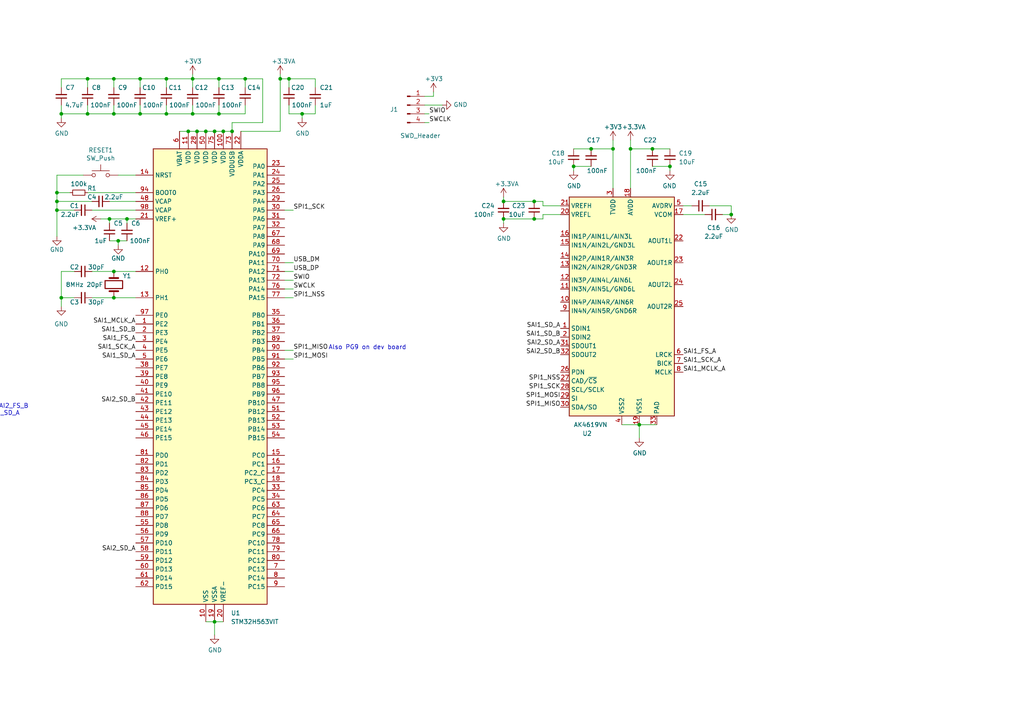
<source format=kicad_sch>
(kicad_sch (version 20230121) (generator eeschema)
  (paper "A4")
  (lib_symbols
    (symbol "Connector:Conn_01x04_Male" (pin_names (offset 1.016) hide)
      (property "Reference" "J" (at 0 5.08 0))
      (property "Value" "Conn_01x04_Male" (at 0 -7.62 0))
      (symbol "Conn_01x04_Male_1_1"
        (pin passive line (at 5.08 2.54 180) (length 3.81) (name "Pin_1") (number "1"))
        (pin passive line (at 5.08 0 180) (length 3.81) (name "Pin_2") (number "2"))
        (pin passive line (at 5.08 -2.54 180) (length 3.81) (name "Pin_3") (number "3"))
        (pin passive line (at 5.08 -5.08 180) (length 3.81) (name "Pin_4") (number "4"))
      )
    )
    (symbol "Connector_Generic:Conn_02x08_Odd_Even" (pin_names (offset 1.016) hide)
      (property "Reference" "J" (at 1.27 10.16 0))
      (property "Value" "Conn_02x08_Odd_Even" (at 1.27 -12.7 0))
      (symbol "Conn_02x08_Odd_Even_1_1"
        (pin passive line (at -5.08 7.62 0) (length 3.81) (name "Pin_1") (number "1"))
        (pin passive line (at 7.62 -2.54 180) (length 3.81) (name "Pin_10") (number "10"))
        (pin passive line (at -5.08 -5.08 0) (length 3.81) (name "Pin_11") (number "11"))
        (pin passive line (at 7.62 -5.08 180) (length 3.81) (name "Pin_12") (number "12"))
        (pin passive line (at -5.08 -7.62 0) (length 3.81) (name "Pin_13") (number "13"))
        (pin passive line (at 7.62 -7.62 180) (length 3.81) (name "Pin_14") (number "14"))
        (pin passive line (at -5.08 -10.16 0) (length 3.81) (name "Pin_15") (number "15"))
        (pin passive line (at 7.62 -10.16 180) (length 3.81) (name "Pin_16") (number "16"))
        (pin passive line (at 7.62 7.62 180) (length 3.81) (name "Pin_2") (number "2"))
        (pin passive line (at -5.08 5.08 0) (length 3.81) (name "Pin_3") (number "3"))
        (pin passive line (at 7.62 5.08 180) (length 3.81) (name "Pin_4") (number "4"))
        (pin passive line (at -5.08 2.54 0) (length 3.81) (name "Pin_5") (number "5"))
        (pin passive line (at 7.62 2.54 180) (length 3.81) (name "Pin_6") (number "6"))
        (pin passive line (at -5.08 0 0) (length 3.81) (name "Pin_7") (number "7"))
        (pin passive line (at 7.62 0 180) (length 3.81) (name "Pin_8") (number "8"))
        (pin passive line (at -5.08 -2.54 0) (length 3.81) (name "Pin_9") (number "9"))
      )
    )
    (symbol "Connector_Generic:Conn_02x10_Odd_Even" (pin_names (offset 1.016) hide)
      (property "Reference" "J" (at 1.27 12.7 0))
      (property "Value" "Conn_02x10_Odd_Even" (at 1.27 -15.24 0))
      (symbol "Conn_02x10_Odd_Even_1_1"
        (pin passive line (at -5.08 10.16 0) (length 3.81) (name "Pin_1") (number "1"))
        (pin passive line (at 7.62 0 180) (length 3.81) (name "Pin_10") (number "10"))
        (pin passive line (at -5.08 -2.54 0) (length 3.81) (name "Pin_11") (number "11"))
        (pin passive line (at 7.62 -2.54 180) (length 3.81) (name "Pin_12") (number "12"))
        (pin passive line (at -5.08 -5.08 0) (length 3.81) (name "Pin_13") (number "13"))
        (pin passive line (at 7.62 -5.08 180) (length 3.81) (name "Pin_14") (number "14"))
        (pin passive line (at -5.08 -7.62 0) (length 3.81) (name "Pin_15") (number "15"))
        (pin passive line (at 7.62 -7.62 180) (length 3.81) (name "Pin_16") (number "16"))
        (pin passive line (at -5.08 -10.16 0) (length 3.81) (name "Pin_17") (number "17"))
        (pin passive line (at 7.62 -10.16 180) (length 3.81) (name "Pin_18") (number "18"))
        (pin passive line (at -5.08 -12.7 0) (length 3.81) (name "Pin_19") (number "19"))
        (pin passive line (at 7.62 10.16 180) (length 3.81) (name "Pin_2") (number "2"))
        (pin passive line (at 7.62 -12.7 180) (length 3.81) (name "Pin_20") (number "20"))
        (pin passive line (at -5.08 7.62 0) (length 3.81) (name "Pin_3") (number "3"))
        (pin passive line (at 7.62 7.62 180) (length 3.81) (name "Pin_4") (number "4"))
        (pin passive line (at -5.08 5.08 0) (length 3.81) (name "Pin_5") (number "5"))
        (pin passive line (at 7.62 5.08 180) (length 3.81) (name "Pin_6") (number "6"))
        (pin passive line (at -5.08 2.54 0) (length 3.81) (name "Pin_7") (number "7"))
        (pin passive line (at 7.62 2.54 180) (length 3.81) (name "Pin_8") (number "8"))
        (pin passive line (at -5.08 0 0) (length 3.81) (name "Pin_9") (number "9"))
      )
    )
    (symbol "Connector_Generic:Conn_02x15_Odd_Even" (pin_names (offset 1.016) hide)
      (property "Reference" "J" (at 1.27 20.32 0))
      (property "Value" "Conn_02x15_Odd_Even" (at 1.27 -20.32 0))
      (symbol "Conn_02x15_Odd_Even_1_1"
        (pin passive line (at -5.08 17.78 0) (length 3.81) (name "Pin_1") (number "1"))
        (pin passive line (at 7.62 7.62 180) (length 3.81) (name "Pin_10") (number "10"))
        (pin passive line (at -5.08 5.08 0) (length 3.81) (name "Pin_11") (number "11"))
        (pin passive line (at 7.62 5.08 180) (length 3.81) (name "Pin_12") (number "12"))
        (pin passive line (at -5.08 2.54 0) (length 3.81) (name "Pin_13") (number "13"))
        (pin passive line (at 7.62 2.54 180) (length 3.81) (name "Pin_14") (number "14"))
        (pin passive line (at -5.08 0 0) (length 3.81) (name "Pin_15") (number "15"))
        (pin passive line (at 7.62 0 180) (length 3.81) (name "Pin_16") (number "16"))
        (pin passive line (at -5.08 -2.54 0) (length 3.81) (name "Pin_17") (number "17"))
        (pin passive line (at 7.62 -2.54 180) (length 3.81) (name "Pin_18") (number "18"))
        (pin passive line (at -5.08 -5.08 0) (length 3.81) (name "Pin_19") (number "19"))
        (pin passive line (at 7.62 17.78 180) (length 3.81) (name "Pin_2") (number "2"))
        (pin passive line (at 7.62 -5.08 180) (length 3.81) (name "Pin_20") (number "20"))
        (pin passive line (at -5.08 -7.62 0) (length 3.81) (name "Pin_21") (number "21"))
        (pin passive line (at 7.62 -7.62 180) (length 3.81) (name "Pin_22") (number "22"))
        (pin passive line (at -5.08 -10.16 0) (length 3.81) (name "Pin_23") (number "23"))
        (pin passive line (at 7.62 -10.16 180) (length 3.81) (name "Pin_24") (number "24"))
        (pin passive line (at -5.08 -12.7 0) (length 3.81) (name "Pin_25") (number "25"))
        (pin passive line (at 7.62 -12.7 180) (length 3.81) (name "Pin_26") (number "26"))
        (pin passive line (at -5.08 -15.24 0) (length 3.81) (name "Pin_27") (number "27"))
        (pin passive line (at 7.62 -15.24 180) (length 3.81) (name "Pin_28") (number "28"))
        (pin passive line (at -5.08 -17.78 0) (length 3.81) (name "Pin_29") (number "29"))
        (pin passive line (at -5.08 15.24 0) (length 3.81) (name "Pin_3") (number "3"))
        (pin passive line (at 7.62 -17.78 180) (length 3.81) (name "Pin_30") (number "30"))
        (pin passive line (at 7.62 15.24 180) (length 3.81) (name "Pin_4") (number "4"))
        (pin passive line (at -5.08 12.7 0) (length 3.81) (name "Pin_5") (number "5"))
        (pin passive line (at 7.62 12.7 180) (length 3.81) (name "Pin_6") (number "6"))
        (pin passive line (at -5.08 10.16 0) (length 3.81) (name "Pin_7") (number "7"))
        (pin passive line (at 7.62 10.16 180) (length 3.81) (name "Pin_8") (number "8"))
        (pin passive line (at -5.08 7.62 0) (length 3.81) (name "Pin_9") (number "9"))
      )
    )
    (symbol "Connector_Generic:Conn_02x17_Odd_Even" (pin_names (offset 1.016) hide)
      (property "Reference" "J" (at 1.27 22.86 0))
      (property "Value" "Conn_02x17_Odd_Even" (at 1.27 -22.86 0))
      (symbol "Conn_02x17_Odd_Even_1_1"
        (pin passive line (at -5.08 20.32 0) (length 3.81) (name "Pin_1") (number "1"))
        (pin passive line (at 7.62 10.16 180) (length 3.81) (name "Pin_10") (number "10"))
        (pin passive line (at -5.08 7.62 0) (length 3.81) (name "Pin_11") (number "11"))
        (pin passive line (at 7.62 7.62 180) (length 3.81) (name "Pin_12") (number "12"))
        (pin passive line (at -5.08 5.08 0) (length 3.81) (name "Pin_13") (number "13"))
        (pin passive line (at 7.62 5.08 180) (length 3.81) (name "Pin_14") (number "14"))
        (pin passive line (at -5.08 2.54 0) (length 3.81) (name "Pin_15") (number "15"))
        (pin passive line (at 7.62 2.54 180) (length 3.81) (name "Pin_16") (number "16"))
        (pin passive line (at -5.08 0 0) (length 3.81) (name "Pin_17") (number "17"))
        (pin passive line (at 7.62 0 180) (length 3.81) (name "Pin_18") (number "18"))
        (pin passive line (at -5.08 -2.54 0) (length 3.81) (name "Pin_19") (number "19"))
        (pin passive line (at 7.62 20.32 180) (length 3.81) (name "Pin_2") (number "2"))
        (pin passive line (at 7.62 -2.54 180) (length 3.81) (name "Pin_20") (number "20"))
        (pin passive line (at -5.08 -5.08 0) (length 3.81) (name "Pin_21") (number "21"))
        (pin passive line (at 7.62 -5.08 180) (length 3.81) (name "Pin_22") (number "22"))
        (pin passive line (at -5.08 -7.62 0) (length 3.81) (name "Pin_23") (number "23"))
        (pin passive line (at 7.62 -7.62 180) (length 3.81) (name "Pin_24") (number "24"))
        (pin passive line (at -5.08 -10.16 0) (length 3.81) (name "Pin_25") (number "25"))
        (pin passive line (at 7.62 -10.16 180) (length 3.81) (name "Pin_26") (number "26"))
        (pin passive line (at -5.08 -12.7 0) (length 3.81) (name "Pin_27") (number "27"))
        (pin passive line (at 7.62 -12.7 180) (length 3.81) (name "Pin_28") (number "28"))
        (pin passive line (at -5.08 -15.24 0) (length 3.81) (name "Pin_29") (number "29"))
        (pin passive line (at -5.08 17.78 0) (length 3.81) (name "Pin_3") (number "3"))
        (pin passive line (at 7.62 -15.24 180) (length 3.81) (name "Pin_30") (number "30"))
        (pin passive line (at -5.08 -17.78 0) (length 3.81) (name "Pin_31") (number "31"))
        (pin passive line (at 7.62 -17.78 180) (length 3.81) (name "Pin_32") (number "32"))
        (pin passive line (at -5.08 -20.32 0) (length 3.81) (name "Pin_33") (number "33"))
        (pin passive line (at 7.62 -20.32 180) (length 3.81) (name "Pin_34") (number "34"))
        (pin passive line (at 7.62 17.78 180) (length 3.81) (name "Pin_4") (number "4"))
        (pin passive line (at -5.08 15.24 0) (length 3.81) (name "Pin_5") (number "5"))
        (pin passive line (at 7.62 15.24 180) (length 3.81) (name "Pin_6") (number "6"))
        (pin passive line (at -5.08 12.7 0) (length 3.81) (name "Pin_7") (number "7"))
        (pin passive line (at 7.62 12.7 180) (length 3.81) (name "Pin_8") (number "8"))
        (pin passive line (at -5.08 10.16 0) (length 3.81) (name "Pin_9") (number "9"))
      )
    )
    (symbol "Custom_Audio:AK4619VN"
      (property "Reference" "U?" (at -13.97 41.91 0))
      (property "Value" "AK4619VN" (at -10.16 39.37 0))
      (symbol "AK4619VN_1_1"
        (pin input line (at -17.78 0 0) (length 2.54) (name "SDIN1") (number "1"))
        (pin input line (at -17.78 7.62 0) (length 2.54) (name "IN4P/AIN4R/AIN6R") (number "10"))
        (pin input line (at -17.78 11.43 0) (length 2.54) (name "IN3N/AIN5L/GND6L") (number "11"))
        (pin input line (at -17.78 13.97 0) (length 2.54) (name "IN3P/AIN4L/AIN6L") (number "12"))
        (pin input line (at -17.78 17.78 0) (length 2.54) (name "IN2N/AIN2R/GND3R") (number "13"))
        (pin input line (at -17.78 20.32 0) (length 2.54) (name "IN2P/AIN1R/AIN3R") (number "14"))
        (pin input line (at -17.78 24.13 0) (length 2.54) (name "IN1N/AIN2L/GND3L") (number "15"))
        (pin input line (at -17.78 26.67 0) (length 2.54) (name "IN1P/AIN1L/AIN3L") (number "16"))
        (pin power_out line (at 17.78 33.02 180) (length 2.54) (name "VCOM") (number "17"))
        (pin power_in line (at 2.54 40.64 270) (length 2.54) (name "AVDD") (number "18"))
        (pin power_in line (at 5.08 -27.94 90) (length 2.54) (name "VSS1") (number "19"))
        (pin input line (at -17.78 -2.54 0) (length 2.54) (name "SDIN2") (number "2"))
        (pin input line (at -17.78 33.02 0) (length 2.54) (name "VREFL") (number "20"))
        (pin input line (at -17.78 35.56 0) (length 2.54) (name "VREFH") (number "21"))
        (pin output line (at 17.78 25.4 180) (length 2.54) (name "AOUT1L") (number "22"))
        (pin output line (at 17.78 19.05 180) (length 2.54) (name "AOUT1R") (number "23"))
        (pin output line (at 17.78 12.7 180) (length 2.54) (name "AOUT2L") (number "24"))
        (pin output line (at 17.78 6.35 180) (length 2.54) (name "AOUT2R") (number "25"))
        (pin input line (at -17.78 -12.7 0) (length 2.54) (name "PDN") (number "26"))
        (pin input line (at -17.78 -15.24 0) (length 2.54) (name "CAD/~{CS}") (number "27"))
        (pin input line (at -17.78 -17.78 0) (length 2.54) (name "SCL/SCLK") (number "28"))
        (pin input line (at -17.78 -20.32 0) (length 2.54) (name "SI") (number "29"))
        (pin power_in line (at -2.54 40.64 270) (length 2.54) (name "TVDD") (number "3"))
        (pin bidirectional line (at -17.78 -22.86 0) (length 2.54) (name "SDA/SO") (number "30"))
        (pin output line (at -17.78 -5.08 0) (length 2.54) (name "SDOUT1") (number "31"))
        (pin output line (at -17.78 -7.62 0) (length 2.54) (name "SDOUT2") (number "32"))
        (pin passive line (at 10.16 -27.94 90) (length 2.54) (name "PAD") (number "33"))
        (pin power_in line (at 0 -27.94 90) (length 2.54) (name "VSS2") (number "4"))
        (pin power_out line (at 17.78 35.56 180) (length 2.54) (name "AVDRV") (number "5"))
        (pin input line (at 17.78 -7.62 180) (length 2.54) (name "LRCK") (number "6"))
        (pin input line (at 17.78 -10.16 180) (length 2.54) (name "BICK") (number "7"))
        (pin input line (at 17.78 -12.7 180) (length 2.54) (name "MCLK") (number "8"))
        (pin input line (at -17.78 5.08 0) (length 2.54) (name "IN4N/AIN5R/GND6R") (number "9"))
      )
    )
    (symbol "Device:C_Small" (pin_numbers hide) (pin_names (offset 0.254) hide)
      (property "Reference" "C" (at 0.254 1.778 0))
      (property "Value" "C_Small" (at 0.254 -2.032 0))
      (symbol "C_Small_1_1"
        (pin passive line (at 0 2.54 270) (length 2.032) (name "~") (number "1"))
        (pin passive line (at 0 -2.54 90) (length 2.032) (name "~") (number "2"))
      )
    )
    (symbol "Device:Crystal" (pin_numbers hide) (pin_names (offset 1.016) hide)
      (property "Reference" "Y" (at 0 3.81 0))
      (property "Value" "Crystal" (at 0 -3.81 0))
      (symbol "Crystal_1_1"
        (pin passive line (at -3.81 0 0) (length 1.27) (name "1") (number "1"))
        (pin passive line (at 3.81 0 180) (length 1.27) (name "2") (number "2"))
      )
    )
    (symbol "Device:R_Small" (pin_numbers hide) (pin_names (offset 0.254) hide)
      (property "Reference" "R" (at 0.762 0.508 0))
      (property "Value" "R_Small" (at 0.762 -1.016 0))
      (symbol "R_Small_1_1"
        (pin passive line (at 0 2.54 270) (length 0.762) (name "~") (number "1"))
        (pin passive line (at 0 -2.54 90) (length 0.762) (name "~") (number "2"))
      )
    )
    (symbol "STM32:STM32H563VIT"
      (property "Reference" "U" (at -15.24 67.31 0))
      (property "Value" "STM32H563VIT" (at 12.7 67.31 0))
      (symbol "STM32H563VIT_1_0"
        (pin power_in line (at 5.08 -71.12 90) (length 5.08) (name "VREF-") (number "20"))
      )
      (symbol "STM32H563VIT_1_1"
        (pin bidirectional line (at -20.32 15.24 0) (length 5.08) (name "PE2") (number "1"))
        (pin power_in line (at 0 -71.12 90) (length 5.08) (name "VSS") (number "10"))
        (pin power_in line (at 5.08 71.12 270) (length 5.08) (name "VDD") (number "100"))
        (pin power_in line (at -5.08 71.12 270) (length 5.08) (name "VDD") (number "11"))
        (pin bidirectional line (at -20.32 30.48 0) (length 5.08) (name "PH0") (number "12"))
        (pin bidirectional line (at -20.32 22.86 0) (length 5.08) (name "PH1") (number "13"))
        (pin input line (at -20.32 58.42 0) (length 5.08) (name "NRST") (number "14"))
        (pin bidirectional line (at 22.86 -22.86 180) (length 5.08) (name "PC0") (number "15"))
        (pin bidirectional line (at 22.86 -25.4 180) (length 5.08) (name "PC1") (number "16"))
        (pin bidirectional line (at 22.86 -27.94 180) (length 5.08) (name "PC2_C") (number "17"))
        (pin bidirectional line (at 22.86 -30.48 180) (length 5.08) (name "PC3_C") (number "18"))
        (pin power_in line (at 2.54 -71.12 90) (length 5.08) (name "VSSA") (number "19"))
        (pin bidirectional line (at -20.32 12.7 0) (length 5.08) (name "PE3") (number "2"))
        (pin input line (at -20.32 45.72 0) (length 5.08) (name "VREF+") (number "21"))
        (pin power_in line (at 10.16 71.12 270) (length 5.08) (name "VDDA") (number "22"))
        (pin bidirectional line (at 22.86 60.96 180) (length 5.08) (name "PA0") (number "23"))
        (pin bidirectional line (at 22.86 58.42 180) (length 5.08) (name "PA1") (number "24"))
        (pin bidirectional line (at 22.86 55.88 180) (length 5.08) (name "PA2") (number "25"))
        (pin bidirectional line (at 22.86 53.34 180) (length 5.08) (name "PA3") (number "26"))
        (pin passive line (at 0 -71.12 90) (length 5.08) hide (name "VSS") (number "27"))
        (pin power_in line (at -2.54 71.12 270) (length 5.08) (name "VDD") (number "28"))
        (pin bidirectional line (at 22.86 50.8 180) (length 5.08) (name "PA4") (number "29"))
        (pin bidirectional line (at -20.32 10.16 0) (length 5.08) (name "PE4") (number "3"))
        (pin bidirectional line (at 22.86 48.26 180) (length 5.08) (name "PA5") (number "30"))
        (pin bidirectional line (at 22.86 45.72 180) (length 5.08) (name "PA6") (number "31"))
        (pin bidirectional line (at 22.86 43.18 180) (length 5.08) (name "PA7") (number "32"))
        (pin bidirectional line (at 22.86 -33.02 180) (length 5.08) (name "PC4") (number "33"))
        (pin bidirectional line (at 22.86 -35.56 180) (length 5.08) (name "PC5") (number "34"))
        (pin bidirectional line (at 22.86 17.78 180) (length 5.08) (name "PB0") (number "35"))
        (pin bidirectional line (at 22.86 15.24 180) (length 5.08) (name "PB1") (number "36"))
        (pin bidirectional line (at 22.86 12.7 180) (length 5.08) (name "PB2") (number "37"))
        (pin bidirectional line (at -20.32 2.54 0) (length 5.08) (name "PE7") (number "38"))
        (pin bidirectional line (at -20.32 0 0) (length 5.08) (name "PE8") (number "39"))
        (pin bidirectional line (at -20.32 7.62 0) (length 5.08) (name "PE5") (number "4"))
        (pin bidirectional line (at -20.32 -2.54 0) (length 5.08) (name "PE9") (number "40"))
        (pin bidirectional line (at -20.32 -5.08 0) (length 5.08) (name "PE10") (number "41"))
        (pin bidirectional line (at -20.32 -7.62 0) (length 5.08) (name "PE11") (number "42"))
        (pin bidirectional line (at -20.32 -10.16 0) (length 5.08) (name "PE12") (number "43"))
        (pin bidirectional line (at -20.32 -12.7 0) (length 5.08) (name "PE13") (number "44"))
        (pin bidirectional line (at -20.32 -15.24 0) (length 5.08) (name "PE14") (number "45"))
        (pin bidirectional line (at -20.32 -17.78 0) (length 5.08) (name "PE15") (number "46"))
        (pin bidirectional line (at 22.86 -7.62 180) (length 5.08) (name "PB10") (number "47"))
        (pin power_out line (at -20.32 50.8 0) (length 5.08) (name "VCAP") (number "48"))
        (pin passive line (at 0 -71.12 90) (length 5.08) hide (name "VSS") (number "49"))
        (pin bidirectional line (at -20.32 5.08 0) (length 5.08) (name "PE6") (number "5"))
        (pin power_in line (at 0 71.12 270) (length 5.08) (name "VDD") (number "50"))
        (pin bidirectional line (at 22.86 -10.16 180) (length 5.08) (name "PB12") (number "51"))
        (pin bidirectional line (at 22.86 -12.7 180) (length 5.08) (name "PB13") (number "52"))
        (pin bidirectional line (at 22.86 -15.24 180) (length 5.08) (name "PB14") (number "53"))
        (pin bidirectional line (at 22.86 -17.78 180) (length 5.08) (name "PB15") (number "54"))
        (pin bidirectional line (at -20.32 -43.18 0) (length 5.08) (name "PD8") (number "55"))
        (pin bidirectional line (at -20.32 -45.72 0) (length 5.08) (name "PD9") (number "56"))
        (pin bidirectional line (at -20.32 -48.26 0) (length 5.08) (name "PD10") (number "57"))
        (pin bidirectional line (at -20.32 -50.8 0) (length 5.08) (name "PD11") (number "58"))
        (pin bidirectional line (at -20.32 -53.34 0) (length 5.08) (name "PD12") (number "59"))
        (pin power_in line (at -7.62 71.12 270) (length 5.08) (name "VBAT") (number "6"))
        (pin bidirectional line (at -20.32 -55.88 0) (length 5.08) (name "PD13") (number "60"))
        (pin bidirectional line (at -20.32 -58.42 0) (length 5.08) (name "PD14") (number "61"))
        (pin bidirectional line (at -20.32 -60.96 0) (length 5.08) (name "PD15") (number "62"))
        (pin bidirectional line (at 22.86 -38.1 180) (length 5.08) (name "PC6") (number "63"))
        (pin bidirectional line (at 22.86 -40.64 180) (length 5.08) (name "PC7") (number "64"))
        (pin bidirectional line (at 22.86 -43.18 180) (length 5.08) (name "PC8") (number "65"))
        (pin bidirectional line (at 22.86 -45.72 180) (length 5.08) (name "PC9") (number "66"))
        (pin bidirectional line (at 22.86 40.64 180) (length 5.08) (name "PA8") (number "67"))
        (pin bidirectional line (at 22.86 38.1 180) (length 5.08) (name "PA9") (number "68"))
        (pin bidirectional line (at 22.86 35.56 180) (length 5.08) (name "PA10") (number "69"))
        (pin bidirectional line (at 22.86 -55.88 180) (length 5.08) (name "PC13") (number "7"))
        (pin bidirectional line (at 22.86 33.02 180) (length 5.08) (name "PA11") (number "70"))
        (pin bidirectional line (at 22.86 30.48 180) (length 5.08) (name "PA12") (number "71"))
        (pin bidirectional line (at 22.86 27.94 180) (length 5.08) (name "PA13") (number "72"))
        (pin power_in line (at 7.62 71.12 270) (length 5.08) (name "VDDUSB") (number "73"))
        (pin passive line (at 0 -71.12 90) (length 5.08) hide (name "VSS") (number "74"))
        (pin power_in line (at 2.54 71.12 270) (length 5.08) (name "VDD") (number "75"))
        (pin bidirectional line (at 22.86 25.4 180) (length 5.08) (name "PA14") (number "76"))
        (pin bidirectional line (at 22.86 22.86 180) (length 5.08) (name "PA15") (number "77"))
        (pin bidirectional line (at 22.86 -48.26 180) (length 5.08) (name "PC10") (number "78"))
        (pin bidirectional line (at 22.86 -50.8 180) (length 5.08) (name "PC11") (number "79"))
        (pin bidirectional line (at 22.86 -58.42 180) (length 5.08) (name "PC14") (number "8"))
        (pin bidirectional line (at 22.86 -53.34 180) (length 5.08) (name "PC12") (number "80"))
        (pin bidirectional line (at -20.32 -22.86 0) (length 5.08) (name "PD0") (number "81"))
        (pin bidirectional line (at -20.32 -25.4 0) (length 5.08) (name "PD1") (number "82"))
        (pin bidirectional line (at -20.32 -27.94 0) (length 5.08) (name "PD2") (number "83"))
        (pin bidirectional line (at -20.32 -30.48 0) (length 5.08) (name "PD3") (number "84"))
        (pin bidirectional line (at -20.32 -33.02 0) (length 5.08) (name "PD4") (number "85"))
        (pin bidirectional line (at -20.32 -35.56 0) (length 5.08) (name "PD5") (number "86"))
        (pin bidirectional line (at -20.32 -38.1 0) (length 5.08) (name "PD6") (number "87"))
        (pin bidirectional line (at -20.32 -40.64 0) (length 5.08) (name "PD7") (number "88"))
        (pin bidirectional line (at 22.86 10.16 180) (length 5.08) (name "PB3") (number "89"))
        (pin bidirectional line (at 22.86 -60.96 180) (length 5.08) (name "PC15") (number "9"))
        (pin bidirectional line (at 22.86 7.62 180) (length 5.08) (name "PB4") (number "90"))
        (pin bidirectional line (at 22.86 5.08 180) (length 5.08) (name "PB5") (number "91"))
        (pin bidirectional line (at 22.86 2.54 180) (length 5.08) (name "PB6") (number "92"))
        (pin bidirectional line (at 22.86 0 180) (length 5.08) (name "PB7") (number "93"))
        (pin input line (at -20.32 53.34 0) (length 5.08) (name "BOOT0") (number "94"))
        (pin bidirectional line (at 22.86 -2.54 180) (length 5.08) (name "PB8") (number "95"))
        (pin bidirectional line (at 22.86 -5.08 180) (length 5.08) (name "PB9") (number "96"))
        (pin bidirectional line (at -20.32 17.78 0) (length 5.08) (name "PE0") (number "97"))
        (pin passive line (at -20.32 48.26 0) (length 5.08) (name "VCAP") (number "98"))
        (pin passive line (at 0 -71.12 90) (length 5.08) hide (name "VSS") (number "99"))
      )
    )
    (symbol "Switch:SW_Push" (pin_numbers hide) (pin_names (offset 1.016) hide)
      (property "Reference" "SW" (at 1.27 2.54 0))
      (property "Value" "SW_Push" (at 0 -1.524 0))
      (symbol "SW_Push_0_1"
        (pin passive line (at -5.08 0 0) (length 2.54) (name "1") (number "1"))
        (pin passive line (at 5.08 0 180) (length 2.54) (name "2") (number "2"))
      )
    )
    (symbol "power:+3.3V" (power) (pin_names (offset 0))
      (property "Value" "+3.3V" (at 0 3.556 0))
      (symbol "+3.3V_1_1"
        (pin power_in line (at 0 0 90) (length 0) hide (name "+3V3") (number "1"))
      )
    )
    (symbol "power:+3.3VA" (power) (pin_names (offset 0))
      (property "Value" "+3.3VA" (at 0 3.556 0))
      (symbol "+3.3VA_1_1"
        (pin power_in line (at 0 0 90) (length 0) hide (name "+3.3VA") (number "1"))
      )
    )
    (symbol "power:GND" (power) (pin_names (offset 0))
      (property "Value" "GND" (at 0 -3.81 0))
      (symbol "GND_1_1"
        (pin power_in line (at 0 0 270) (length 0) hide (name "GND") (number "1"))
      )
    )
  )
  (junction (at 62.23 38.1))
  (junction (at 33.02 78.74))
  (junction (at 25.4 22.86))
  (junction (at 146.05 58.42))
  (junction (at 16.51 55.88))
  (junction (at 67.31 38.1))
  (junction (at 40.64 33.02))
  (junction (at 25.4 33.02))
  (junction (at 33.02 86.36))
  (junction (at 194.31 48.26))
  (junction (at 48.26 22.86))
  (junction (at 57.15 38.1))
  (junction (at 48.26 33.02))
  (junction (at 31.75 63.5))
  (junction (at 63.5 22.86))
  (junction (at 33.02 33.02))
  (junction (at 40.64 22.86))
  (junction (at 154.94 63.5))
  (junction (at 34.29 69.85))
  (junction (at 154.94 58.42))
  (junction (at 71.12 22.86))
  (junction (at 146.05 63.5))
  (junction (at 182.88 43.18))
  (junction (at 17.78 86.36))
  (junction (at 16.51 58.42))
  (junction (at 55.88 33.02))
  (junction (at 166.37 48.26))
  (junction (at 54.61 38.1))
  (junction (at 81.28 22.86))
  (junction (at 185.42 123.19))
  (junction (at 87.63 33.02))
  (junction (at 171.45 43.18))
  (junction (at 55.88 22.86))
  (junction (at 33.02 22.86))
  (junction (at 36.83 63.5))
  (junction (at 177.8 43.18))
  (junction (at 17.78 33.02))
  (junction (at 83.82 22.86))
  (junction (at 62.23 180.34))
  (junction (at 64.77 38.1))
  (junction (at 212.09 62.23))
  (junction (at 59.69 38.1))
  (junction (at 63.5 33.02))
  (junction (at 16.51 60.96))
  (junction (at 189.23 43.18))
  (wire (pts (xy 24.13 50.8) (xy 16.51 50.8)))
  (wire (pts (xy 40.64 33.02) (xy 48.26 33.02)))
  (wire (pts (xy 82.55 83.82) (xy 85.09 83.82)))
  (wire (pts (xy 59.69 38.1) (xy 62.23 38.1)))
  (wire (pts (xy 166.37 43.18) (xy 171.45 43.18)))
  (wire (pts (xy 209.55 62.23) (xy 212.09 62.23)))
  (wire (pts (xy 25.4 25.4) (xy 25.4 22.86)))
  (wire (pts (xy 17.78 33.02) (xy 25.4 33.02)))
  (wire (pts (xy 31.75 69.85) (xy 34.29 69.85)))
  (wire (pts (xy 83.82 25.4) (xy 83.82 22.86)))
  (wire (pts (xy 182.88 43.18) (xy 182.88 54.61)))
  (wire (pts (xy 25.4 33.02) (xy 33.02 33.02)))
  (wire (pts (xy 48.26 33.02) (xy 55.88 33.02)))
  (wire (pts (xy 33.02 25.4) (xy 33.02 22.86)))
  (wire (pts (xy 83.82 22.86) (xy 81.28 22.86)))
  (wire (pts (xy 36.83 63.5) (xy 36.83 64.77)))
  (wire (pts (xy 198.12 59.69) (xy 200.66 59.69)))
  (wire (pts (xy 33.02 86.36) (xy 39.37 86.36)))
  (wire (pts (xy 48.26 22.86) (xy 55.88 22.86)))
  (wire (pts (xy 36.83 63.5) (xy 39.37 63.5)))
  (wire (pts (xy 69.85 38.1) (xy 81.28 38.1)))
  (wire (pts (xy 39.37 78.74) (xy 33.02 78.74)))
  (wire (pts (xy 34.29 69.85) (xy 36.83 69.85)))
  (wire (pts (xy 34.29 71.12) (xy 34.29 69.85)))
  (wire (pts (xy 17.78 22.86) (xy 25.4 22.86)))
  (wire (pts (xy 31.75 63.5) (xy 36.83 63.5)))
  (wire (pts (xy 205.74 59.69) (xy 212.09 59.69)))
  (wire (pts (xy 125.73 27.94) (xy 125.73 26.67)))
  (wire (pts (xy 146.05 63.5) (xy 146.05 64.77)))
  (wire (pts (xy 85.09 104.14) (xy 82.55 104.14)))
  (wire (pts (xy 85.09 76.2) (xy 82.55 76.2)))
  (wire (pts (xy 146.05 58.42) (xy 154.94 58.42)))
  (wire (pts (xy 33.02 33.02) (xy 33.02 30.48)))
  (wire (pts (xy 87.63 33.02) (xy 91.44 33.02)))
  (wire (pts (xy 123.19 33.02) (xy 124.46 33.02)))
  (wire (pts (xy 25.4 55.88) (xy 39.37 55.88)))
  (wire (pts (xy 48.26 25.4) (xy 48.26 22.86)))
  (wire (pts (xy 81.28 21.59) (xy 81.28 22.86)))
  (wire (pts (xy 17.78 78.74) (xy 17.78 86.36)))
  (wire (pts (xy 64.77 38.1) (xy 67.31 38.1)))
  (wire (pts (xy 194.31 48.26) (xy 189.23 48.26)))
  (wire (pts (xy 26.67 86.36) (xy 33.02 86.36)))
  (wire (pts (xy 157.48 59.69) (xy 162.56 59.69)))
  (wire (pts (xy 180.34 123.19) (xy 185.42 123.19)))
  (wire (pts (xy 71.12 25.4) (xy 71.12 22.86)))
  (wire (pts (xy 54.61 38.1) (xy 57.15 38.1)))
  (wire (pts (xy 185.42 123.19) (xy 190.5 123.19)))
  (wire (pts (xy 55.88 25.4) (xy 55.88 22.86)))
  (wire (pts (xy 17.78 25.4) (xy 17.78 22.86)))
  (wire (pts (xy 157.48 63.5) (xy 157.48 62.23)))
  (wire (pts (xy 185.42 123.19) (xy 185.42 127)))
  (wire (pts (xy 40.64 25.4) (xy 40.64 22.86)))
  (wire (pts (xy 171.45 43.18) (xy 177.8 43.18)))
  (wire (pts (xy 194.31 49.53) (xy 194.31 48.26)))
  (wire (pts (xy 82.55 81.28) (xy 85.09 81.28)))
  (wire (pts (xy 31.75 64.77) (xy 31.75 63.5)))
  (wire (pts (xy 16.51 50.8) (xy 16.51 55.88)))
  (wire (pts (xy 76.2 35.56) (xy 67.31 35.56)))
  (wire (pts (xy 85.09 101.6) (xy 82.55 101.6)))
  (wire (pts (xy 198.12 62.23) (xy 204.47 62.23)))
  (wire (pts (xy 177.8 40.64) (xy 177.8 43.18)))
  (wire (pts (xy 91.44 33.02) (xy 91.44 30.48)))
  (wire (pts (xy 67.31 35.56) (xy 67.31 38.1)))
  (wire (pts (xy 25.4 33.02) (xy 25.4 30.48)))
  (wire (pts (xy 81.28 22.86) (xy 81.28 38.1)))
  (wire (pts (xy 63.5 25.4) (xy 63.5 22.86)))
  (wire (pts (xy 39.37 58.42) (xy 31.75 58.42)))
  (wire (pts (xy 123.19 27.94) (xy 125.73 27.94)))
  (wire (pts (xy 55.88 22.86) (xy 63.5 22.86)))
  (wire (pts (xy 34.29 50.8) (xy 39.37 50.8)))
  (wire (pts (xy 154.94 63.5) (xy 157.48 63.5)))
  (wire (pts (xy 157.48 62.23) (xy 162.56 62.23)))
  (wire (pts (xy 71.12 30.48) (xy 71.12 33.02)))
  (wire (pts (xy 17.78 86.36) (xy 17.78 88.9)))
  (wire (pts (xy 21.59 60.96) (xy 16.51 60.96)))
  (wire (pts (xy 189.23 43.18) (xy 182.88 43.18)))
  (wire (pts (xy 166.37 49.53) (xy 166.37 48.26)))
  (wire (pts (xy 76.2 22.86) (xy 76.2 35.56)))
  (wire (pts (xy 55.88 30.48) (xy 55.88 33.02)))
  (wire (pts (xy 52.07 38.1) (xy 54.61 38.1)))
  (wire (pts (xy 146.05 57.15) (xy 146.05 58.42)))
  (wire (pts (xy 16.51 58.42) (xy 16.51 60.96)))
  (wire (pts (xy 17.78 30.48) (xy 17.78 33.02)))
  (wire (pts (xy 25.4 22.86) (xy 33.02 22.86)))
  (wire (pts (xy 62.23 38.1) (xy 64.77 38.1)))
  (wire (pts (xy 55.88 21.59) (xy 55.88 22.86)))
  (wire (pts (xy 16.51 60.96) (xy 16.51 68.58)))
  (wire (pts (xy 91.44 25.4) (xy 91.44 22.86)))
  (wire (pts (xy 62.23 180.34) (xy 62.23 184.15)))
  (wire (pts (xy 39.37 60.96) (xy 26.67 60.96)))
  (wire (pts (xy 29.21 63.5) (xy 31.75 63.5)))
  (wire (pts (xy 55.88 33.02) (xy 63.5 33.02)))
  (wire (pts (xy 63.5 22.86) (xy 71.12 22.86)))
  (wire (pts (xy 87.63 34.29) (xy 87.63 33.02)))
  (wire (pts (xy 16.51 55.88) (xy 16.51 58.42)))
  (wire (pts (xy 85.09 86.36) (xy 82.55 86.36)))
  (wire (pts (xy 63.5 33.02) (xy 63.5 30.48)))
  (wire (pts (xy 16.51 58.42) (xy 26.67 58.42)))
  (wire (pts (xy 40.64 22.86) (xy 48.26 22.86)))
  (wire (pts (xy 26.67 78.74) (xy 33.02 78.74)))
  (wire (pts (xy 48.26 30.48) (xy 48.26 33.02)))
  (wire (pts (xy 166.37 48.26) (xy 171.45 48.26)))
  (wire (pts (xy 71.12 22.86) (xy 76.2 22.86)))
  (wire (pts (xy 85.09 60.96) (xy 82.55 60.96)))
  (wire (pts (xy 182.88 40.64) (xy 182.88 43.18)))
  (wire (pts (xy 57.15 38.1) (xy 59.69 38.1)))
  (wire (pts (xy 124.46 35.56) (xy 123.19 35.56)))
  (wire (pts (xy 177.8 43.18) (xy 177.8 54.61)))
  (wire (pts (xy 212.09 59.69) (xy 212.09 62.23)))
  (wire (pts (xy 83.82 30.48) (xy 83.82 33.02)))
  (wire (pts (xy 59.69 180.34) (xy 62.23 180.34)))
  (wire (pts (xy 17.78 34.29) (xy 17.78 33.02)))
  (wire (pts (xy 123.19 30.48) (xy 128.27 30.48)))
  (wire (pts (xy 157.48 58.42) (xy 157.48 59.69)))
  (wire (pts (xy 33.02 33.02) (xy 40.64 33.02)))
  (wire (pts (xy 20.32 55.88) (xy 16.51 55.88)))
  (wire (pts (xy 154.94 58.42) (xy 157.48 58.42)))
  (wire (pts (xy 83.82 22.86) (xy 91.44 22.86)))
  (wire (pts (xy 21.59 78.74) (xy 17.78 78.74)))
  (wire (pts (xy 146.05 63.5) (xy 154.94 63.5)))
  (wire (pts (xy 85.09 78.74) (xy 82.55 78.74)))
  (wire (pts (xy 194.31 43.18) (xy 189.23 43.18)))
  (wire (pts (xy 33.02 22.86) (xy 40.64 22.86)))
  (wire (pts (xy 83.82 33.02) (xy 87.63 33.02)))
  (wire (pts (xy 63.5 33.02) (xy 71.12 33.02)))
  (wire (pts (xy 17.78 86.36) (xy 21.59 86.36)))
  (wire (pts (xy 62.23 180.34) (xy 64.77 180.34)))
  (wire (pts (xy 40.64 30.48) (xy 40.64 33.02)))
  (text "I2S\n\nPA3  I2S2_WS\nPA4  I2S1_WS\nPA5  I2S1_CK\nPA6  I2S1_SDI\nPA7  I2S1_SDO\nPA9  I2S2_CK\nPA11 I2S2_WS\nPA12 I2S2_CK\nPA15 I2S1_WS,  I2S3_WS\n\nPB2  I2S3_SDO\nPB3  I2S1_CK,  I2S3_CK\nPB4  I2S1_SDI, I2S3_SDI, I2S2_WS\nPB5  I2S1_SDO, I2S3_SDO\nPB9  I2S2_WS\nPB10 I2S2_CK\nPB12 I2S2_WS\nPB13 I2S2_CK\nPB14 I2S2_SDI\nPB15 I2S2_SDO\n\nPC1  I2S2_SDO\nPC2  I2S2_SDI\nPC3  I2S2_SDO\nPC4  I2S1_MCK\nPC6  I2S2_MCK\nPC7  I2S3_MCK\nPC10 I2S3_CK\nPC11 I2S3_SDI\nPC12 I2S3_SDO\n\nPD3  I2S2_CK\nPD6  I2S3_SDO\nPD7  I2S1_SDO\n" (at -44.45 96.52 0) (effects (font (size 1.27 1.27)) (justify left bottom)))
  (text "Also PG9 on dev board" (at 95.25 101.6 0) (effects (font (size 1.27 1.27)) (justify left bottom)))
  (text "SAI \n\nPA0  SAI2_SD_B\nPA1  SAI2_MCLK_B\nPA2  SAI2_SCK_B\nPA3  SAI1_SD_B\nPA12 SAI2_FS_B\n\nPB2  SAI1_SD_A\n\nPC0  SAI1_MCLK_A SAI2_FS_B\nPC1  SAI1_SD_A SAI2_SD_A\nPC5  SAI1_FS_A\nPC6  SAI1_SCK_A\n\nPD6  SAI1_SD_A\nPD11 SAI2_SD_A\nPD12 SAI2_FS_A\nPD13 SAI2_SCK_A\n\nPE0  SAI2_MCLK_A\nPE2  SAI1_MCLK_A\nPE3  SAI1_SD_B\nPE4  SAI1_FS_A\nPE5  SAI1_SCK_A\nPE6  SAI1_SD_A\nPE11 SAI2_SD_B\nPE12 SAI2_SCK_B\nPE13 SAI2_FS_B\nPE14 SAI2_MCLK_B" (at -20.32 157.48 0) (effects (font (size 1.27 1.27)) (justify left bottom)))
  (text "SPI4/6\n\nPE2  SPI4_SCK\nPE4  SPI4_NSS\nPE5  SPI4_MISO\nPE6  SPI4_MOSI\nPE11 SPI4_NSS\nPE12 SPI4_SCK\nPE13 SPI4_MISO\nPE14 SPI4_MOSI\nPB8  SPI4_RDY\n\nPA0  SPI6_NSS\nPA4  SPI6_NSS\nPA5  SPI6_SCK\nPA6  SPI6_MISO\nPA7  SPI6_MOSI\nPA15 SPI6_NSS\nPC12 SPI6_SCK\nPB3  SPI6_SCK\nPB4  SPI6_MISO\nPB5  SPI6_MOSI" (at -45.72 153.67 0) (effects (font (size 1.27 1.27)) (justify left bottom)))
  (label "SPI1_NSS" (at 85.09 86.36 0))
  (label "SAI1_SCK_A" (at 39.37 101.6 180))
  (label "SWIO" (at 124.46 33.02 0))
  (label "SAI1_MCLK_A" (at 198.12 107.95 0))
  (label "SWCLK" (at 124.46 35.56 0))
  (label "SAI1_SD_B" (at 162.56 97.79 180))
  (label "USB_DM" (at 85.09 76.2 0))
  (label "SAI1_FS_A" (at 198.12 102.87 0))
  (label "SWCLK" (at 85.09 83.82 0))
  (label "SAI1_SCK_A" (at 198.12 105.41 0))
  (label "USB_DP" (at 85.09 78.74 0))
  (label "SPI1_MOSI" (at 85.09 104.14 0))
  (label "SAI1_SD_B" (at 39.37 96.52 180))
  (label "SPI1_SCK" (at 162.56 113.03 180))
  (label "SWIO" (at 85.09 81.28 0))
  (label "SPI1_SCK" (at 85.09 60.96 0))
  (label "SAI1_MCLK_A" (at 39.37 93.98 180))
  (label "SPI1_MISO" (at 85.09 101.6 0))
  (label "SPI1_MISO" (at 162.56 118.11 180))
  (label "SPI1_MOSI" (at 162.56 115.57 180))
  (label "SAI1_SD_A" (at 162.56 95.25 180))
  (label "SAI2_SD_A" (at 162.56 100.33 180))
  (label "SAI1_FS_A" (at 39.37 99.06 180))
  (label "SAI2_SD_B" (at 162.56 102.87 180))
  (label "SAI2_SD_B" (at 39.37 116.84 180))
  (label "SAI2_SD_A" (at 39.37 160.02 180))
  (label "SPI1_NSS" (at 162.56 110.49 180))
  (label "SAI1_SD_A" (at 39.37 104.14 180))
  (symbol (lib_id "power:+3.3V") (at 55.88 21.59 0) (unit 1)
    (property "Reference" "#PWR05" (effects hide))
    (property "Value" "+3.3V" (at 55.88 17.78 0))
  )
  (symbol (lib_id "Device:C_Small") (at 146.05 60.96 180) (unit 1)
    (property "Reference" "C24" (at 143.51 59.6836 0) (effects (justify left)))
    (property "Value" "100nF" (at 143.51 62.2236 0) (effects (justify left)))
  )
  (symbol (lib_id "Connector_Generic:Conn_02x08_Odd_Even") (at 331.47 17.78 0) (unit 1)
    (property "Reference" "J3" (at 332.74 3.81 0))
    (property "Value" "Conn_02x08_Odd_Even" (at 332.74 6.35 0))
  )
  (symbol (lib_id "Device:C_Small") (at 63.5 27.94 180) (unit 1)
    (property "Reference" "C13" (at 66.04 25.4 0))
    (property "Value" "100nF" (at 67.31 30.48 0))
    (property "Footprint" "Capacitor_SMD:C_0603_1608Metric_Pad1.08x0.95mm_HandSolder" (effects hide))
    (property "Part_Number" "C14663" (effects hide))
  )
  (symbol (lib_id "power:+3.3V") (at 177.8 40.64 0) (unit 1)
    (property "Reference" "#PWR014" (effects hide))
    (property "Value" "+3.3V" (at 177.8 36.83 0))
  )
  (symbol (lib_id "Device:C_Small") (at 24.13 60.96 270) (unit 1)
    (property "Reference" "C1" (at 21.59 59.69 90))
    (property "Value" "2.2uF" (at 20.32 62.23 90))
    (property "Footprint" "Capacitor_SMD:C_0603_1608Metric_Pad1.08x0.95mm_HandSolder" (effects hide))
    (property "Part_Number" "C23630" (effects hide))
  )
  (symbol (lib_id "power:GND") (at 166.37 49.53 0) (unit 1)
    (property "Reference" "#PWR018" (effects hide))
    (property "Value" "GND" (at 166.497 53.9242 0))
  )
  (symbol (lib_id "Device:C_Small") (at 24.13 86.36 270) (unit 1)
    (property "Reference" "C3" (at 21.59 87.63 90))
    (property "Value" "30pF" (at 27.94 87.63 90))
    (property "Footprint" "Capacitor_SMD:C_0603_1608Metric_Pad1.08x0.95mm_HandSolder" (effects hide))
    (property "Part_Number" "C22397" (effects hide))
  )
  (symbol (lib_id "Custom_Audio:AK4619VN") (at 180.34 95.25 0) (unit 1)
    (property "Reference" "U2" (at 168.91 125.73 0) (effects (justify left)))
    (property "Value" "AK4619VN" (at 166.37 123.19 0) (effects (justify left)))
    (property "Footprint" "Package_DFN_QFN:QFN-32-1EP_5x5mm_P0.5mm_EP3.1x3.1mm_ThermalVias" (effects hide))
    (property "Datasheet" "https://www.akm.com/content/dam/documents/products/audio/audio-codec/ak4619vn/ak4619vn-en-datasheet.pdf" (effects hide))
  )
  (symbol (lib_id "power:+3.3VA") (at 146.05 57.15 0) (unit 1)
    (property "Reference" "#PWR016" (effects hide))
    (property "Value" "+3.3VA" (at 143.51 53.34 0) (effects (justify left)))
  )
  (symbol (lib_id "power:GND") (at 185.42 127 0) (unit 1)
    (property "Reference" "#PWR013" (effects hide))
    (property "Value" "GND" (at 185.547 131.3942 0))
  )
  (symbol (lib_id "Device:C_Small") (at 40.64 27.94 180) (unit 1)
    (property "Reference" "C10" (at 43.18 25.4 0))
    (property "Value" "100nF" (at 44.45 30.48 0))
    (property "Footprint" "Capacitor_SMD:C_0603_1608Metric_Pad1.08x0.95mm_HandSolder" (effects hide))
    (property "Part_Number" "C14663" (effects hide))
  )
  (symbol (lib_id "Device:C_Small") (at 71.12 27.94 180) (unit 1)
    (property "Reference" "C14" (at 73.66 25.4 0))
    (property "Value" "100nF" (effects hide))
    (property "Footprint" "Capacitor_SMD:C_0603_1608Metric_Pad1.08x0.95mm_HandSolder" (effects hide))
    (property "Part_Number" "C14663" (effects hide))
  )
  (symbol (lib_id "Device:C_Small") (at 17.78 27.94 180) (unit 1)
    (property "Reference" "C7" (at 20.32 25.4 0))
    (property "Value" "4.7uF" (at 21.59 30.48 0))
    (property "Footprint" "Capacitor_SMD:C_0603_1608Metric_Pad1.08x0.95mm_HandSolder" (effects hide))
    (property "Part_Number" "C14663" (effects hide))
  )
  (symbol (lib_id "power:GND") (at 34.29 71.12 0) (unit 1)
    (property "Reference" "#PWR04" (effects hide))
    (property "Value" "GND" (at 34.29 74.93 0))
  )
  (symbol (lib_id "Device:R_Small") (at 22.86 55.88 90) (unit 1)
    (property "Reference" "R1" (at 26.67 54.61 90))
    (property "Value" "100k" (at 22.86 53.34 90))
    (property "Footprint" "Resistor_SMD:R_0603_1608Metric" (effects hide))
    (property "Part_Number" "C25803" (effects hide))
  )
  (symbol (lib_id "Device:C_Small") (at 203.2 59.69 90) (unit 1)
    (property "Reference" "C15" (at 203.2063 53.34 90))
    (property "Value" "2.2uF" (at 203.2063 55.88 90))
  )
  (symbol (lib_id "Connector_Generic:Conn_02x17_Odd_Even") (at 400.05 74.93 0) (unit 1)
    (property "Reference" "J5" (at 401.32 48.26 0))
    (property "Value" "Conn_02x17_Odd_Even" (at 401.32 50.8 0))
  )
  (symbol (lib_id "Device:C_Small") (at 36.83 67.31 180) (unit 1)
    (property "Reference" "C6" (at 39.37 64.77 0))
    (property "Value" "100nF" (at 40.64 69.85 0))
    (property "Footprint" "Capacitor_SMD:C_0603_1608Metric_Pad1.08x0.95mm_HandSolder" (effects hide))
    (property "Part_Number" "C14663" (effects hide))
  )
  (symbol (lib_id "power:GND") (at 146.05 64.77 0) (unit 1)
    (property "Reference" "#PWR015" (effects hide))
    (property "Value" "GND" (at 146.177 69.1642 0))
  )
  (symbol (lib_id "Device:C_Small") (at 207.01 62.23 90) (unit 1)
    (property "Reference" "C16" (at 207.0163 66.04 90))
    (property "Value" "2.2uF" (at 207.0163 68.58 90))
  )
  (symbol (lib_id "Device:Crystal") (at 33.02 82.55 90) (unit 1)
    (property "Reference" "Y1" (at 35.56 80.01 90) (effects (justify right)))
    (property "Value" "8MHz 20pF" (at 19.05 82.55 90) (effects (justify right)))
    (property "Footprint" "Crystal:Crystal_SMD_5032-2Pin_5.0x3.2mm" (effects hide))
    (property "Part_Number" "C115962" (effects hide))
  )
  (symbol (lib_id "Device:C_Small") (at 33.02 27.94 180) (unit 1)
    (property "Reference" "C9" (at 35.56 25.4 0))
    (property "Value" "100nF" (at 36.83 30.48 0))
    (property "Footprint" "Capacitor_SMD:C_0603_1608Metric_Pad1.08x0.95mm_HandSolder" (effects hide))
    (property "Part_Number" "C14663" (effects hide))
  )
  (symbol (lib_id "power:GND") (at 17.78 88.9 0) (unit 1)
    (property "Reference" "#PWR02" (effects hide))
    (property "Value" "GND" (at 17.78 93.98 0))
  )
  (symbol (lib_id "Switch:SW_Push") (at 29.21 50.8 0) (mirror y) (unit 1)
    (property "Reference" "RESET1" (at 29.21 43.561 0))
    (property "Value" "SW_Push" (at 29.21 45.8724 0))
    (property "Footprint" "Custom_Footprints:SW_SPST_EVQQ2" (effects hide))
  )
  (symbol (lib_id "Device:C_Small") (at 31.75 67.31 180) (unit 1)
    (property "Reference" "C5" (at 34.29 64.77 0))
    (property "Value" "1uF" (at 29.21 69.85 0))
    (property "Footprint" "Capacitor_SMD:C_0603_1608Metric_Pad1.08x0.95mm_HandSolder" (effects hide))
    (property "Part_Number" "C14663" (effects hide))
  )
  (symbol (lib_id "Device:C_Small") (at 154.94 60.96 180) (unit 1)
    (property "Reference" "C23" (at 152.4 59.6836 0) (effects (justify left)))
    (property "Value" "10uF" (at 152.4 62.2236 0) (effects (justify left)))
  )
  (symbol (lib_id "Connector_Generic:Conn_02x15_Odd_Even") (at 335.28 71.12 0) (unit 1)
    (property "Reference" "J2" (at 336.55 46.99 0))
    (property "Value" "Conn_02x15_Odd_Even" (at 336.55 49.53 0))
  )
  (symbol (lib_id "Device:C_Small") (at 91.44 27.94 180) (unit 1)
    (property "Reference" "C21" (at 92.71 25.4 0) (effects (justify right)))
    (property "Value" "1uF" (at 92.71 30.48 0) (effects (justify right)))
    (property "Footprint" "Capacitor_SMD:C_0603_1608Metric_Pad1.08x0.95mm_HandSolder" (effects hide))
    (property "Part_Number" "C14663" (effects hide))
  )
  (symbol (lib_id "Connector_Generic:Conn_02x10_Odd_Even") (at 400.05 25.4 0) (unit 1)
    (property "Reference" "J4" (at 401.32 8.89 0))
    (property "Value" "Conn_02x10_Odd_Even" (at 401.32 11.43 0))
  )
  (symbol (lib_id "power:GND") (at 17.78 34.29 0) (unit 1)
    (property "Reference" "#PWR06" (effects hide))
    (property "Value" "GND" (at 17.907 38.6842 0))
  )
  (symbol (lib_id "power:GND") (at 87.63 34.29 0) (unit 1)
    (property "Reference" "#PWR08" (effects hide))
    (property "Value" "GND" (at 87.757 38.6842 0))
  )
  (symbol (lib_id "Device:C_Small") (at 166.37 45.72 180) (unit 1)
    (property "Reference" "C18" (at 163.83 44.4436 0) (effects (justify left)))
    (property "Value" "10uF" (at 163.83 46.9836 0) (effects (justify left)))
  )
  (symbol (lib_id "power:GND") (at 212.09 62.23 0) (unit 1)
    (property "Reference" "#PWR012" (effects hide))
    (property "Value" "GND" (at 212.217 66.6242 0))
  )
  (symbol (lib_id "power:+3.3VA") (at 29.21 63.5 90) (unit 1)
    (property "Reference" "#PWR03" (effects hide))
    (property "Value" "+3.3VA" (at 27.94 66.04 90) (effects (justify left)))
  )
  (symbol (lib_id "Device:C_Small") (at 48.26 27.94 180) (unit 1)
    (property "Reference" "C11" (at 50.8 25.4 0))
    (property "Value" "100nF" (at 52.07 30.48 0))
    (property "Footprint" "Capacitor_SMD:C_0603_1608Metric_Pad1.08x0.95mm_HandSolder" (effects hide))
    (property "Part_Number" "C14663" (effects hide))
  )
  (symbol (lib_id "STM32:STM32H563VIT") (at 59.69 109.22 0) (unit 1)
    (property "Reference" "U1" (at 66.9641 177.8 0) (effects (justify left)))
    (property "Value" "STM32H563VIT" (at 66.9641 180.34 0) (effects (justify left)))
    (property "Footprint" "Package_QFP:LQFP-100_14x14mm_P0.5mm" (effects hide))
    (property "Datasheet" "https://www.st.com/en/microcontrollers-microprocessors/stm32h563-573/documentation.html" (effects hide))
  )
  (symbol (lib_id "Device:C_Small") (at 194.31 45.72 0) (mirror x) (unit 1)
    (property "Reference" "C19" (at 196.85 44.4436 0) (effects (justify left)))
    (property "Value" "10uF" (at 196.85 46.9836 0) (effects (justify left)))
  )
  (symbol (lib_id "power:GND") (at 194.31 49.53 0) (mirror y) (unit 1)
    (property "Reference" "#PWR019" (effects hide))
    (property "Value" "GND" (at 194.183 53.9242 0))
  )
  (symbol (lib_id "power:+3.3VA") (at 182.88 40.64 0) (unit 1)
    (property "Reference" "#PWR017" (effects hide))
    (property "Value" "+3.3VA" (at 180.34 36.83 0) (effects (justify left)))
  )
  (symbol (lib_id "Device:C_Small") (at 25.4 27.94 180) (unit 1)
    (property "Reference" "C8" (at 27.94 25.4 0))
    (property "Value" "100nF" (at 29.21 30.48 0))
    (property "Footprint" "Capacitor_SMD:C_0603_1608Metric_Pad1.08x0.95mm_HandSolder" (effects hide))
    (property "Part_Number" "C14663" (effects hide))
  )
  (symbol (lib_id "Device:C_Small") (at 189.23 45.72 0) (mirror x) (unit 1)
    (property "Reference" "C22" (at 190.5 40.64 0) (effects (justify right)))
    (property "Value" "100nF" (at 190.5 49.53 0) (effects (justify right)))
  )
  (symbol (lib_id "power:GND") (at 128.27 30.48 90) (unit 1)
    (property "Reference" "#PWR011" (effects hide))
    (property "Value" "GND" (at 131.5212 30.353 90) (effects (justify right)))
  )
  (symbol (lib_id "power:+3.3VA") (at 81.28 21.59 0) (unit 1)
    (property "Reference" "#PWR07" (effects hide))
    (property "Value" "+3.3VA" (at 78.74 17.78 0) (effects (justify left)))
  )
  (symbol (lib_id "Connector:Conn_01x04_Male") (at 118.11 30.48 0) (unit 1)
    (property "Reference" "J1" (at 114.3 31.75 0))
    (property "Value" "SWD_Header" (at 121.92 39.37 0))
    (property "Footprint" "Custom_Footprints:SWD_header" (effects hide))
  )
  (symbol (lib_id "Device:C_Small") (at 29.21 58.42 270) (unit 1)
    (property "Reference" "C4" (at 26.67 57.15 90))
    (property "Value" "2.2uF" (at 33.02 57.15 90))
    (property "Footprint" "Capacitor_SMD:C_0603_1608Metric_Pad1.08x0.95mm_HandSolder" (effects hide))
    (property "Part_Number" "C23630" (effects hide))
  )
  (symbol (lib_id "power:+3.3V") (at 125.73 26.67 0) (unit 1)
    (property "Reference" "#PWR010" (effects hide))
    (property "Value" "+3.3V" (at 123.19 22.86 0) (effects (justify left)))
  )
  (symbol (lib_id "power:GND") (at 62.23 184.15 0) (unit 1)
    (property "Reference" "#PWR09" (effects hide))
    (property "Value" "GND" (at 62.357 188.5442 0))
  )
  (symbol (lib_id "Device:C_Small") (at 171.45 45.72 180) (unit 1)
    (property "Reference" "C17" (at 170.18 40.64 0) (effects (justify right)))
    (property "Value" "100nF" (at 170.18 49.53 0) (effects (justify right)))
  )
  (symbol (lib_id "Device:C_Small") (at 83.82 27.94 180) (unit 1)
    (property "Reference" "C20" (at 86.36 25.4 0))
    (property "Value" "100nF" (at 87.63 30.48 0))
    (property "Footprint" "Capacitor_SMD:C_0603_1608Metric_Pad1.08x0.95mm_HandSolder" (effects hide))
    (property "Part_Number" "C14663" (effects hide))
  )
  (symbol (lib_id "Device:C_Small") (at 24.13 78.74 270) (unit 1)
    (property "Reference" "C2" (at 21.59 77.47 90))
    (property "Value" "30pF" (at 27.94 77.47 90))
    (property "Footprint" "Capacitor_SMD:C_0603_1608Metric_Pad1.08x0.95mm_HandSolder" (effects hide))
    (property "Part_Number" "C22397" (effects hide))
  )
  (symbol (lib_id "Device:C_Small") (at 55.88 27.94 180) (unit 1)
    (property "Reference" "C12" (at 58.42 25.4 0))
    (property "Value" "100nF" (at 59.69 30.48 0))
    (property "Footprint" "Capacitor_SMD:C_0603_1608Metric_Pad1.08x0.95mm_HandSolder" (effects hide))
    (property "Part_Number" "C14663" (effects hide))
  )
  (symbol (lib_id "power:GND") (at 16.51 68.58 0) (unit 1)
    (property "Reference" "#PWR01" (effects hide))
    (property "Value" "GND" (at 16.51 72.39 0))
  )
)
</source>
